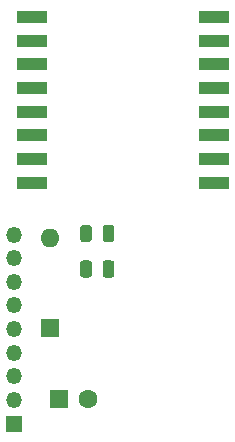
<source format=gts>
G04 #@! TF.GenerationSoftware,KiCad,Pcbnew,(5.1.8)-1*
G04 #@! TF.CreationDate,2020-12-06T15:56:29+10:30*
G04 #@! TF.ProjectId,ArlecFanESP,41726c65-6346-4616-9e45-53502e6b6963,rev?*
G04 #@! TF.SameCoordinates,Original*
G04 #@! TF.FileFunction,Soldermask,Top*
G04 #@! TF.FilePolarity,Negative*
%FSLAX46Y46*%
G04 Gerber Fmt 4.6, Leading zero omitted, Abs format (unit mm)*
G04 Created by KiCad (PCBNEW (5.1.8)-1) date 2020-12-06 15:56:29*
%MOMM*%
%LPD*%
G01*
G04 APERTURE LIST*
%ADD10R,2.600000X1.100000*%
%ADD11O,1.600000X1.600000*%
%ADD12R,1.600000X1.600000*%
%ADD13O,1.350000X1.350000*%
%ADD14R,1.350000X1.350000*%
%ADD15C,1.600000*%
G04 APERTURE END LIST*
G36*
G01*
X129450000Y-118475000D02*
X129450000Y-117525000D01*
G75*
G02*
X129700000Y-117275000I250000J0D01*
G01*
X130200000Y-117275000D01*
G75*
G02*
X130450000Y-117525000I0J-250000D01*
G01*
X130450000Y-118475000D01*
G75*
G02*
X130200000Y-118725000I-250000J0D01*
G01*
X129700000Y-118725000D01*
G75*
G02*
X129450000Y-118475000I0J250000D01*
G01*
G37*
G36*
G01*
X127550000Y-118475000D02*
X127550000Y-117525000D01*
G75*
G02*
X127800000Y-117275000I250000J0D01*
G01*
X128300000Y-117275000D01*
G75*
G02*
X128550000Y-117525000I0J-250000D01*
G01*
X128550000Y-118475000D01*
G75*
G02*
X128300000Y-118725000I-250000J0D01*
G01*
X127800000Y-118725000D01*
G75*
G02*
X127550000Y-118475000I0J250000D01*
G01*
G37*
G36*
G01*
X129450000Y-121475000D02*
X129450000Y-120525000D01*
G75*
G02*
X129700000Y-120275000I250000J0D01*
G01*
X130200000Y-120275000D01*
G75*
G02*
X130450000Y-120525000I0J-250000D01*
G01*
X130450000Y-121475000D01*
G75*
G02*
X130200000Y-121725000I-250000J0D01*
G01*
X129700000Y-121725000D01*
G75*
G02*
X129450000Y-121475000I0J250000D01*
G01*
G37*
G36*
G01*
X127550000Y-121475000D02*
X127550000Y-120525000D01*
G75*
G02*
X127800000Y-120275000I250000J0D01*
G01*
X128300000Y-120275000D01*
G75*
G02*
X128550000Y-120525000I0J-250000D01*
G01*
X128550000Y-121475000D01*
G75*
G02*
X128300000Y-121725000I-250000J0D01*
G01*
X127800000Y-121725000D01*
G75*
G02*
X127550000Y-121475000I0J250000D01*
G01*
G37*
D10*
X123499758Y-99680000D03*
X123499758Y-101680000D03*
X123499758Y-103680000D03*
X123499758Y-105680000D03*
X123499758Y-107680000D03*
X123499758Y-109680000D03*
X123499758Y-111680000D03*
X123499758Y-113680000D03*
X138899758Y-113680000D03*
X138899758Y-111680000D03*
X138899758Y-109680000D03*
X138899758Y-107680000D03*
X138899758Y-105680000D03*
X138899758Y-103680000D03*
X138899758Y-101680000D03*
X138899758Y-99680000D03*
D11*
X125000000Y-118380000D03*
D12*
X125000000Y-126000000D03*
D13*
X121920000Y-118080000D03*
X121920000Y-120080000D03*
X121920000Y-122080000D03*
X121920000Y-124080000D03*
X121920000Y-126080000D03*
X121920000Y-128080000D03*
X121920000Y-130080000D03*
X121920000Y-132080000D03*
D14*
X121920000Y-134080000D03*
D15*
X128230000Y-132000000D03*
D12*
X125730000Y-132000000D03*
M02*

</source>
